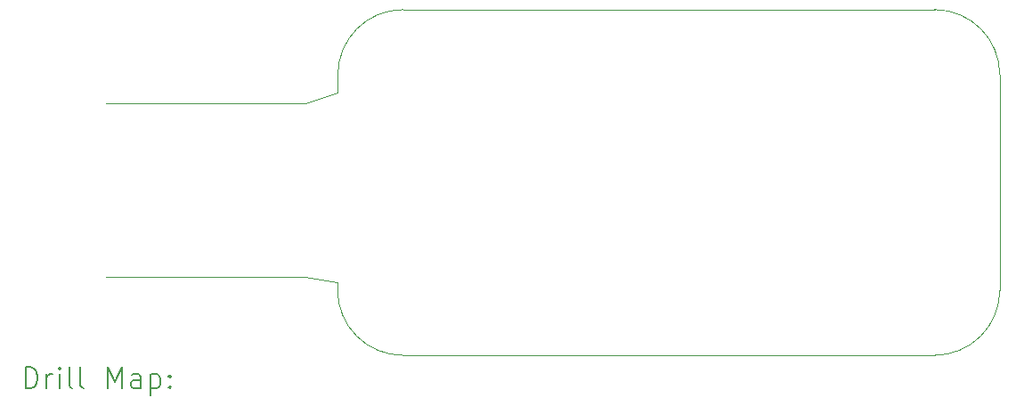
<source format=gbr>
%TF.GenerationSoftware,KiCad,Pcbnew,7.0.8*%
%TF.CreationDate,2023-11-07T17:21:44-08:00*%
%TF.ProjectId,trill-flex-slider,7472696c-6c2d-4666-9c65-782d736c6964,C1*%
%TF.SameCoordinates,Original*%
%TF.FileFunction,Drillmap*%
%TF.FilePolarity,Positive*%
%FSLAX45Y45*%
G04 Gerber Fmt 4.5, Leading zero omitted, Abs format (unit mm)*
G04 Created by KiCad (PCBNEW 7.0.8) date 2023-11-07 17:21:44*
%MOMM*%
%LPD*%
G01*
G04 APERTURE LIST*
%ADD10C,0.050000*%
%ADD11C,0.200000*%
G04 APERTURE END LIST*
D10*
X10339010Y-11425860D02*
X10336380Y-11495200D01*
X10958670Y-8828200D02*
G75*
G03*
X10339010Y-9447860I0J-619660D01*
G01*
X10339010Y-11425860D02*
X10339010Y-11417960D01*
X10023960Y-11369200D02*
X10339010Y-11417960D01*
X10336380Y-11495200D02*
G75*
G03*
X10956040Y-12114860I619660J0D01*
G01*
X16632940Y-9447860D02*
X16632900Y-11495200D01*
X16013280Y-12114860D02*
G75*
G03*
X16632940Y-11495200I0J619660D01*
G01*
X16632940Y-9447860D02*
G75*
G03*
X16013280Y-8828200I-619660J0D01*
G01*
X16013280Y-12114860D02*
X10956040Y-12114860D01*
X10026500Y-9718200D02*
X8131660Y-9718200D01*
X10026500Y-9718200D02*
X10339010Y-9617960D01*
X10339010Y-9617960D02*
X10339010Y-9447860D01*
X10023960Y-11369200D02*
X8131660Y-11368200D01*
X10958670Y-8828200D02*
X16013280Y-8828200D01*
D11*
X7368437Y-12428844D02*
X7368437Y-12228844D01*
X7368437Y-12228844D02*
X7416056Y-12228844D01*
X7416056Y-12228844D02*
X7444627Y-12238368D01*
X7444627Y-12238368D02*
X7463675Y-12257415D01*
X7463675Y-12257415D02*
X7473199Y-12276463D01*
X7473199Y-12276463D02*
X7482722Y-12314558D01*
X7482722Y-12314558D02*
X7482722Y-12343129D01*
X7482722Y-12343129D02*
X7473199Y-12381225D01*
X7473199Y-12381225D02*
X7463675Y-12400272D01*
X7463675Y-12400272D02*
X7444627Y-12419320D01*
X7444627Y-12419320D02*
X7416056Y-12428844D01*
X7416056Y-12428844D02*
X7368437Y-12428844D01*
X7568437Y-12428844D02*
X7568437Y-12295510D01*
X7568437Y-12333606D02*
X7577961Y-12314558D01*
X7577961Y-12314558D02*
X7587484Y-12305034D01*
X7587484Y-12305034D02*
X7606532Y-12295510D01*
X7606532Y-12295510D02*
X7625580Y-12295510D01*
X7692246Y-12428844D02*
X7692246Y-12295510D01*
X7692246Y-12228844D02*
X7682722Y-12238368D01*
X7682722Y-12238368D02*
X7692246Y-12247891D01*
X7692246Y-12247891D02*
X7701770Y-12238368D01*
X7701770Y-12238368D02*
X7692246Y-12228844D01*
X7692246Y-12228844D02*
X7692246Y-12247891D01*
X7816056Y-12428844D02*
X7797008Y-12419320D01*
X7797008Y-12419320D02*
X7787484Y-12400272D01*
X7787484Y-12400272D02*
X7787484Y-12228844D01*
X7920818Y-12428844D02*
X7901770Y-12419320D01*
X7901770Y-12419320D02*
X7892246Y-12400272D01*
X7892246Y-12400272D02*
X7892246Y-12228844D01*
X8149389Y-12428844D02*
X8149389Y-12228844D01*
X8149389Y-12228844D02*
X8216056Y-12371701D01*
X8216056Y-12371701D02*
X8282722Y-12228844D01*
X8282722Y-12228844D02*
X8282722Y-12428844D01*
X8463675Y-12428844D02*
X8463675Y-12324082D01*
X8463675Y-12324082D02*
X8454151Y-12305034D01*
X8454151Y-12305034D02*
X8435104Y-12295510D01*
X8435104Y-12295510D02*
X8397008Y-12295510D01*
X8397008Y-12295510D02*
X8377961Y-12305034D01*
X8463675Y-12419320D02*
X8444627Y-12428844D01*
X8444627Y-12428844D02*
X8397008Y-12428844D01*
X8397008Y-12428844D02*
X8377961Y-12419320D01*
X8377961Y-12419320D02*
X8368437Y-12400272D01*
X8368437Y-12400272D02*
X8368437Y-12381225D01*
X8368437Y-12381225D02*
X8377961Y-12362177D01*
X8377961Y-12362177D02*
X8397008Y-12352653D01*
X8397008Y-12352653D02*
X8444627Y-12352653D01*
X8444627Y-12352653D02*
X8463675Y-12343129D01*
X8558913Y-12295510D02*
X8558913Y-12495510D01*
X8558913Y-12305034D02*
X8577961Y-12295510D01*
X8577961Y-12295510D02*
X8616056Y-12295510D01*
X8616056Y-12295510D02*
X8635104Y-12305034D01*
X8635104Y-12305034D02*
X8644627Y-12314558D01*
X8644627Y-12314558D02*
X8654151Y-12333606D01*
X8654151Y-12333606D02*
X8654151Y-12390748D01*
X8654151Y-12390748D02*
X8644627Y-12409796D01*
X8644627Y-12409796D02*
X8635104Y-12419320D01*
X8635104Y-12419320D02*
X8616056Y-12428844D01*
X8616056Y-12428844D02*
X8577961Y-12428844D01*
X8577961Y-12428844D02*
X8558913Y-12419320D01*
X8739865Y-12409796D02*
X8749389Y-12419320D01*
X8749389Y-12419320D02*
X8739865Y-12428844D01*
X8739865Y-12428844D02*
X8730342Y-12419320D01*
X8730342Y-12419320D02*
X8739865Y-12409796D01*
X8739865Y-12409796D02*
X8739865Y-12428844D01*
X8739865Y-12305034D02*
X8749389Y-12314558D01*
X8749389Y-12314558D02*
X8739865Y-12324082D01*
X8739865Y-12324082D02*
X8730342Y-12314558D01*
X8730342Y-12314558D02*
X8739865Y-12305034D01*
X8739865Y-12305034D02*
X8739865Y-12324082D01*
M02*

</source>
